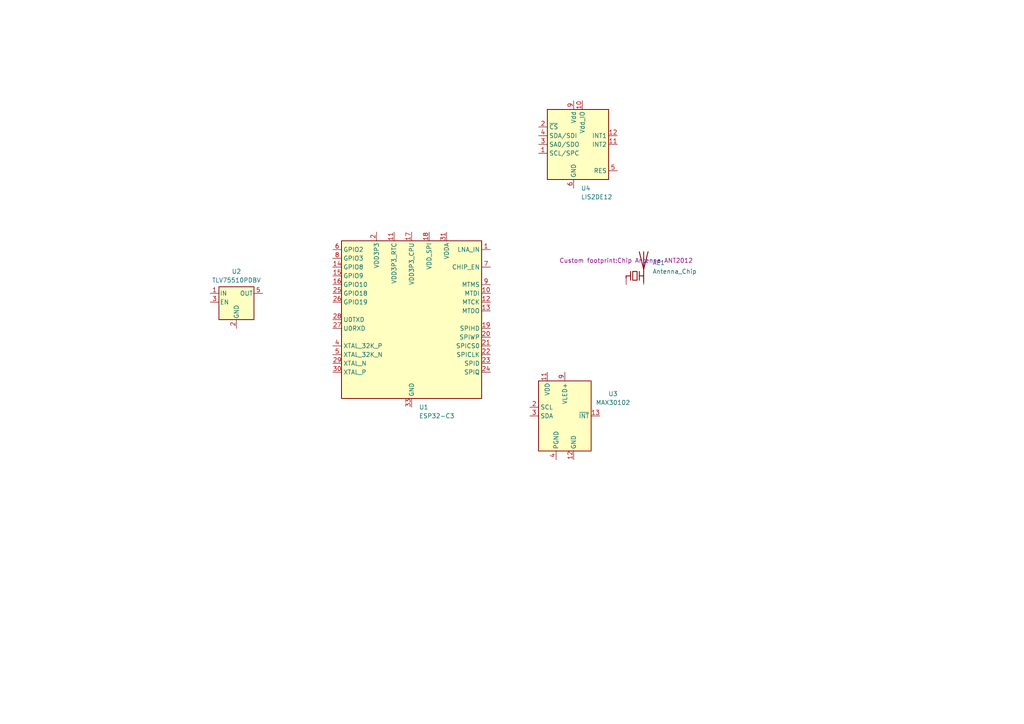
<source format=kicad_sch>
(kicad_sch (version 20250114) (generator "eeschema") (generator_version "9.0")
  (paper "A4")
  (lib_symbols
    (symbol "Device:Antenna_Chip" (pin_numbers (hide yes)) (pin_names (offset 1.016) (hide yes))
      (property "Reference" "AE" (at 0 5.08 0))
      (property "Value" "Antenna_Chip" (at 0 3.175 0))
      (symbol "Antenna_Chip_0_1"
        (polyline (pts (xy -2.54 0) (xy -2.54 -0.635)) (stroke (width 0.254)))
        (polyline (pts (xy -2.54 0) (xy -1.27 0)) (stroke (width 0.254)))
        (polyline (pts (xy -1.27 1.27) (xy -1.27 -1.27) (xy -1.27 0)) (stroke (width 0.254)))
        (polyline (pts (xy -0.635 1.27) (xy 0.635 1.27) (xy 0.635 -1.27) (xy -0.635 -1.27) (xy -0.635 1.27)) (stroke (width 0.254)))
        (polyline (pts (xy 1.27 1.27) (xy 1.27 -1.27)) (stroke (width 0.254)))
        (polyline (pts (xy 1.27 0) (xy 2.54 0)) (stroke (width 0.254)))
        (polyline (pts (xy 2.54 6.985) (xy 2.54 -1.905)) (stroke (width 0.254)))
        (polyline (pts (xy 2.54 -0.635) (xy 2.54 0)))
        (polyline (pts (xy 3.81 6.985) (xy 2.54 1.905) (xy 1.27 6.985)) (stroke (width 0.254)))
      )
      (symbol "Antenna_Chip_1_1"
        (pin input line (at -2.54 -2.54 90) (length 2.54) (name "FEED") (number "1"))
        (pin passive line (at 2.54 -2.54 90) (length 2.54) (name "PCB_Trace") (number "2"))
      )
    )
    (symbol "MCU_Espressif:ESP32-C3"
      (property "Reference" "U" (at -17.272 23.876 0))
      (property "Value" "ESP32-C3" (at 16.256 23.876 0))
      (symbol "ESP32-C3_1_1"
        (rectangle (start -20.32 22.86) (end 20.32 -22.86) (stroke (width 0.254)) (fill (type background)))
        (pin bidirectional line (at -22.86 20.32 0) (length 2.54) (name "GPIO2") (number "6"))
        (pin bidirectional line (at -22.86 17.78 0) (length 2.54) (name "GPIO3") (number "8"))
        (pin bidirectional line (at -22.86 15.24 0) (length 2.54) (name "GPIO8") (number "14"))
        (pin bidirectional line (at -22.86 12.7 0) (length 2.54) (name "GPIO9") (number "15"))
        (pin bidirectional line (at -22.86 10.16 0) (length 2.54) (name "GPIO10") (number "16"))
        (pin bidirectional line (at -22.86 7.62 0) (length 2.54) (name "GPIO18") (number "25"))
        (pin bidirectional line (at -22.86 5.08 0) (length 2.54) (name "GPIO19") (number "26"))
        (pin bidirectional line (at -22.86 0 0) (length 2.54) (name "U0TXD") (number "28"))
        (pin bidirectional line (at -22.86 -2.54 0) (length 2.54) (name "U0RXD") (number "27"))
        (pin bidirectional line (at -22.86 -7.62 0) (length 2.54) (name "XTAL_32K_P") (number "4"))
        (pin bidirectional line (at -22.86 -10.16 0) (length 2.54) (name "XTAL_32K_N") (number "5"))
        (pin bidirectional line (at -22.86 -12.7 0) (length 2.54) (name "XTAL_N") (number "29"))
        (pin bidirectional line (at -22.86 -15.24 0) (length 2.54) (name "XTAL_P") (number "30"))
        (pin power_in line (at -10.16 25.4 270) (length 2.54) (name "VDD3P3") (number "2"))
        (pin passive line (at -10.16 25.4 270) (length 2.54) (hide yes) (name "VDD3P3") (number "3"))
        (pin power_in line (at -5.08 25.4 270) (length 2.54) (name "VDD3P3_RTC") (number "11"))
        (pin power_in line (at 0 25.4 270) (length 2.54) (name "VDD3P3_CPU") (number "17"))
        (pin power_in line (at 0 -25.4 90) (length 2.54) (name "GND") (number "33"))
        (pin power_out line (at 5.08 25.4 270) (length 2.54) (name "VDD_SPI") (number "18"))
        (pin power_in line (at 10.16 25.4 270) (length 2.54) (name "VDDA") (number "31"))
        (pin passive line (at 10.16 25.4 270) (length 2.54) (hide yes) (name "VDDA") (number "32"))
        (pin bidirectional line (at 22.86 20.32 180) (length 2.54) (name "LNA_IN") (number "1"))
        (pin bidirectional line (at 22.86 15.24 180) (length 2.54) (name "CHIP_EN") (number "7"))
        (pin bidirectional line (at 22.86 10.16 180) (length 2.54) (name "MTMS") (number "9"))
        (pin bidirectional line (at 22.86 7.62 180) (length 2.54) (name "MTDI") (number "10"))
        (pin bidirectional line (at 22.86 5.08 180) (length 2.54) (name "MTCK") (number "12"))
        (pin bidirectional line (at 22.86 2.54 180) (length 2.54) (name "MTDO") (number "13"))
        (pin bidirectional line (at 22.86 -2.54 180) (length 2.54) (name "SPIHD") (number "19"))
        (pin bidirectional line (at 22.86 -5.08 180) (length 2.54) (name "SPIWP") (number "20"))
        (pin bidirectional line (at 22.86 -7.62 180) (length 2.54) (name "SPICS0") (number "21"))
        (pin bidirectional line (at 22.86 -10.16 180) (length 2.54) (name "SPICLK") (number "22"))
        (pin bidirectional line (at 22.86 -12.7 180) (length 2.54) (name "SPID") (number "23"))
        (pin bidirectional line (at 22.86 -15.24 180) (length 2.54) (name "SPIQ") (number "24"))
      )
    )
    (symbol "Regulator_Linear:TLV75510PDBV" (pin_names (offset 0.254))
      (property "Reference" "U" (at -3.81 5.715 0))
      (property "Value" "TLV75510PDBV" (at 0 5.715 0))
      (symbol "TLV75510PDBV_0_1"
        (rectangle (start -5.08 4.445) (end 5.08 -5.08) (stroke (width 0.254)) (fill (type background)))
      )
      (symbol "TLV75510PDBV_1_1"
        (pin power_in line (at -7.62 2.54 0) (length 2.54) (name "IN") (number "1"))
        (pin input line (at -7.62 0 0) (length 2.54) (name "EN") (number "3"))
        (pin power_in line (at 0 -7.62 90) (length 2.54) (name "GND") (number "2"))
        (pin no_connect line (at 5.08 0 180) (length 2.54) (hide yes) (name "NC") (number "4"))
        (pin power_out line (at 7.62 2.54 180) (length 2.54) (name "OUT") (number "5"))
      )
    )
    (symbol "Sensor:MAX30102"
      (property "Reference" "U" (at 7.62 15.24 0))
      (property "Value" "MAX30102" (at 7.62 12.7 0))
      (symbol "MAX30102_0_1"
        (rectangle (start -7.62 10.16) (end 7.62 -10.16) (stroke (width 0.254)) (fill (type background)))
      )
      (symbol "MAX30102_1_1"
        (pin input line (at -10.16 2.54 0) (length 2.54) (name "SCL") (number "2"))
        (pin bidirectional line (at -10.16 0 0) (length 2.54) (name "SDA") (number "3"))
        (pin no_connect line (at -7.62 5.08 0) (length 2.54) (hide yes) (name "NC") (number "1"))
        (pin no_connect line (at -7.62 -2.54 0) (length 2.54) (hide yes) (name "NC") (number "7"))
        (pin power_in line (at -5.08 12.7 270) (length 2.54) (name "VDD") (number "11"))
        (pin power_in line (at -2.54 -12.7 90) (length 2.54) (name "PGND") (number "4"))
        (pin passive line (at 0 12.7 270) (length 2.54) (hide yes) (name "VLED+") (number "10"))
        (pin power_in line (at 0 12.7 270) (length 2.54) (name "VLED+") (number "9"))
        (pin power_in line (at 2.54 -12.7 90) (length 2.54) (name "GND") (number "12"))
        (pin no_connect line (at 7.62 5.08 180) (length 2.54) (hide yes) (name "NC") (number "8"))
        (pin no_connect line (at 7.62 2.54 180) (length 2.54) (hide yes) (name "NC") (number "14"))
        (pin no_connect line (at 7.62 -5.08 180) (length 2.54) (hide yes) (name "NC") (number "6"))
        (pin no_connect line (at 7.62 -7.62 180) (length 2.54) (hide yes) (name "NC") (number "5"))
        (pin output line (at 10.16 0 180) (length 2.54) (name "~{INT}") (number "13"))
      )
    )
    (symbol "Sensor_Motion:LIS2DE12"
      (property "Reference" "U" (at -5.08 11.43 0))
      (property "Value" "LIS2DE12" (at 3.81 11.43 0))
      (symbol "LIS2DE12_0_1"
        (rectangle (start -7.62 10.16) (end 10.16 -10.16) (stroke (width 0.254)) (fill (type background)))
      )
      (symbol "LIS2DE12_1_1"
        (pin input line (at -10.16 5.08 0) (length 2.54) (name "~{CS}") (number "2"))
        (pin bidirectional line (at -10.16 2.54 0) (length 2.54) (name "SDA/SDI") (number "4"))
        (pin bidirectional line (at -10.16 0 0) (length 2.54) (name "SA0/SDO") (number "3"))
        (pin input line (at -10.16 -2.54 0) (length 2.54) (name "SCL/SPC") (number "1"))
        (pin power_in line (at 0 12.7 270) (length 2.54) (name "Vdd") (number "9"))
        (pin power_in line (at 0 -12.7 90) (length 2.54) (name "GND") (number "6"))
        (pin passive line (at 0 -12.7 90) (length 2.54) (hide yes) (name "GND") (number "7"))
        (pin passive line (at 0 -12.7 90) (length 2.54) (hide yes) (name "GND") (number "8"))
        (pin power_in line (at 2.54 12.7 270) (length 2.54) (name "Vdd_IO") (number "10"))
        (pin output line (at 12.7 2.54 180) (length 2.54) (name "INT1") (number "12"))
        (pin output line (at 12.7 0 180) (length 2.54) (name "INT2") (number "11"))
        (pin passive line (at 12.7 -7.62 180) (length 2.54) (name "RES") (number "5"))
      )
    )
  )
  (symbol (lib_id "Regulator_Linear:TLV75510PDBV") (at 68.58 87.63 0) (unit 1)
    (property "Reference" "U2" (at 68.58 78.74 0))
    (property "Value" "TLV75510PDBV" (at 68.58 81.28 0))
    (property "Footprint" "Package_TO_SOT_SMD:SOT-23-5" (effects (hide yes)))
    (property "Datasheet" "http://www.ti.com/lit/ds/symlink/tlv755p.pdf" (effects (hide yes)))
    (property "Description" "500mA Low IQ Small Size Low Dropout Voltage Regulator, Fixed Output 1.0V, SOT-23-5" (effects (hide yes)))
  )
  (symbol (lib_id "Device:Antenna_Chip") (at 184.15 80.01 0) (unit 1)
    (property "Reference" "AE1" (at 189.23 76.1999 0) (effects (justify left)))
    (property "Value" "Antenna_Chip" (at 189.23 78.7399 0) (effects (justify left)))
    (property "Footprint" "Custom footprint:Chip Antenna ANT2012" (at 181.61 75.565 0))
    (property "Description" "Ceramic chip antenna with pin for PCB trace" (effects (hide yes)))
  )
  (symbol (lib_id "MCU_Espressif:ESP32-C3") (at 119.38 92.71 0) (unit 1)
    (property "Reference" "U1" (at 121.5233 118.11 0) (effects (justify left)))
    (property "Value" "ESP32-C3" (at 121.5233 120.65 0) (effects (justify left)))
    (property "Footprint" "Package_DFN_QFN:QFN-32-1EP_5x5mm_P0.5mm_EP3.7x3.7mm" (effects (hide yes)))
    (property "Datasheet" "https://www.espressif.com/sites/default/files/documentation/esp32-c3_datasheet_en.pdf" (effects (hide yes)))
    (property "Description" "RF Module, ESP32 SoC, RISC-V, WiFi 802.11b/n/g, Bluetooth LE 5, QFN32" (effects (hide yes)))
  )
  (symbol (lib_id "Sensor:MAX30102") (at 163.83 120.65 0) (unit 1)
    (property "Reference" "U3" (at 177.8 114.2298 0))
    (property "Value" "MAX30102" (at 177.8 116.7698 0))
    (property "Footprint" "OptoDevice:Maxim_OLGA-14_3.3x5.6mm_P0.8mm" (effects (hide yes)))
    (property "Datasheet" "https://datasheets.maximintegrated.com/en/ds/MAX30102.pdf" (effects (hide yes)))
    (property "Description" "Heart Rate Sensor, 14-OLGA" (effects (hide yes)))
  )
  (symbol (lib_id "Sensor_Motion:LIS2DE12") (at 166.37 41.91 0) (unit 1)
    (property "Reference" "U4" (at 168.5133 54.61 0) (effects (justify left)))
    (property "Value" "LIS2DE12" (at 168.5133 57.15 0) (effects (justify left)))
    (property "Footprint" "Package_LGA:LGA-12_2x2mm_P0.5mm" (effects (hide yes)))
    (property "Datasheet" "https://www.st.com/resource/en/datasheet/lis2DE12.pdf" (effects (hide yes)))
    (property "Description" "3-Axis Accelerometer, 2/4/8/16g range, I2C/SPI interface" (effects (hide yes)))
  )
)
</source>
